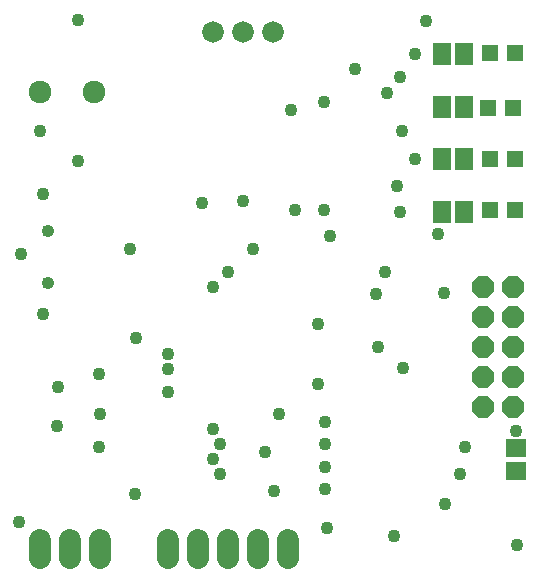
<source format=gbs>
G75*
G70*
%OFA0B0*%
%FSLAX24Y24*%
%IPPOS*%
%LPD*%
%AMOC8*
5,1,8,0,0,1.08239X$1,22.5*
%
%ADD10C,0.0720*%
%ADD11OC8,0.0720*%
%ADD12C,0.0425*%
%ADD13C,0.0756*%
%ADD14C,0.0720*%
%ADD15R,0.0693X0.0614*%
%ADD16R,0.0614X0.0732*%
%ADD17R,0.0567X0.0567*%
%ADD18C,0.0432*%
D10*
X004282Y005239D02*
X004282Y005839D01*
X005282Y005839D02*
X005282Y005239D01*
X006282Y005239D02*
X006282Y005839D01*
X008532Y005839D02*
X008532Y005239D01*
X009532Y005239D02*
X009532Y005839D01*
X010532Y005839D02*
X010532Y005239D01*
X011532Y005239D02*
X011532Y005839D01*
X012532Y005839D02*
X012532Y005239D01*
D11*
X019032Y010289D03*
X019032Y011289D03*
X019032Y012289D03*
X019032Y013289D03*
X019032Y014289D03*
X020032Y014289D03*
X020032Y013289D03*
X020032Y012289D03*
X020032Y011289D03*
X020032Y010289D03*
D12*
X004532Y014422D03*
X004532Y016155D03*
D13*
X004282Y020789D03*
X006082Y020789D03*
D14*
X010032Y022789D03*
X011032Y022789D03*
X012032Y022789D03*
D15*
X020132Y008913D03*
X020132Y008165D03*
D16*
X018406Y016789D03*
X017658Y016789D03*
X017658Y018539D03*
X018406Y018539D03*
X018406Y020289D03*
X017658Y020289D03*
X017658Y022039D03*
X018406Y022039D03*
D17*
X019269Y022089D03*
X020096Y022089D03*
X020046Y020239D03*
X019219Y020239D03*
X019269Y018539D03*
X020096Y018539D03*
X020096Y016839D03*
X019269Y016839D03*
D18*
X017532Y016039D03*
X016282Y016789D03*
X016182Y017639D03*
X016782Y018539D03*
X016332Y019489D03*
X015832Y020739D03*
X016282Y021289D03*
X016782Y022039D03*
X017132Y023139D03*
X014782Y021539D03*
X013732Y020439D03*
X012632Y020189D03*
X011032Y017139D03*
X009682Y017089D03*
X011382Y015539D03*
X010532Y014789D03*
X010032Y014289D03*
X008532Y012039D03*
X008532Y011539D03*
X008532Y010789D03*
X010032Y009539D03*
X010282Y009039D03*
X010032Y008539D03*
X010282Y008039D03*
X011782Y008789D03*
X012232Y010039D03*
X013532Y011039D03*
X013782Y009789D03*
X013782Y009039D03*
X013782Y008289D03*
X013782Y007539D03*
X013832Y006239D03*
X012082Y007489D03*
X016082Y005989D03*
X017782Y007039D03*
X018282Y008039D03*
X018432Y008939D03*
X020132Y009489D03*
X020182Y005689D03*
X016382Y011589D03*
X015532Y012289D03*
X015482Y014039D03*
X015782Y014789D03*
X013932Y015989D03*
X013732Y016839D03*
X012782Y016839D03*
X013532Y013039D03*
X017732Y014089D03*
X007482Y012589D03*
X006232Y011389D03*
X006282Y010039D03*
X006232Y008939D03*
X004832Y009639D03*
X004882Y010939D03*
X004382Y013389D03*
X003632Y015389D03*
X004382Y017389D03*
X005532Y018489D03*
X004282Y019489D03*
X005532Y023189D03*
X007282Y015539D03*
X007432Y007389D03*
X003582Y006439D03*
M02*

</source>
